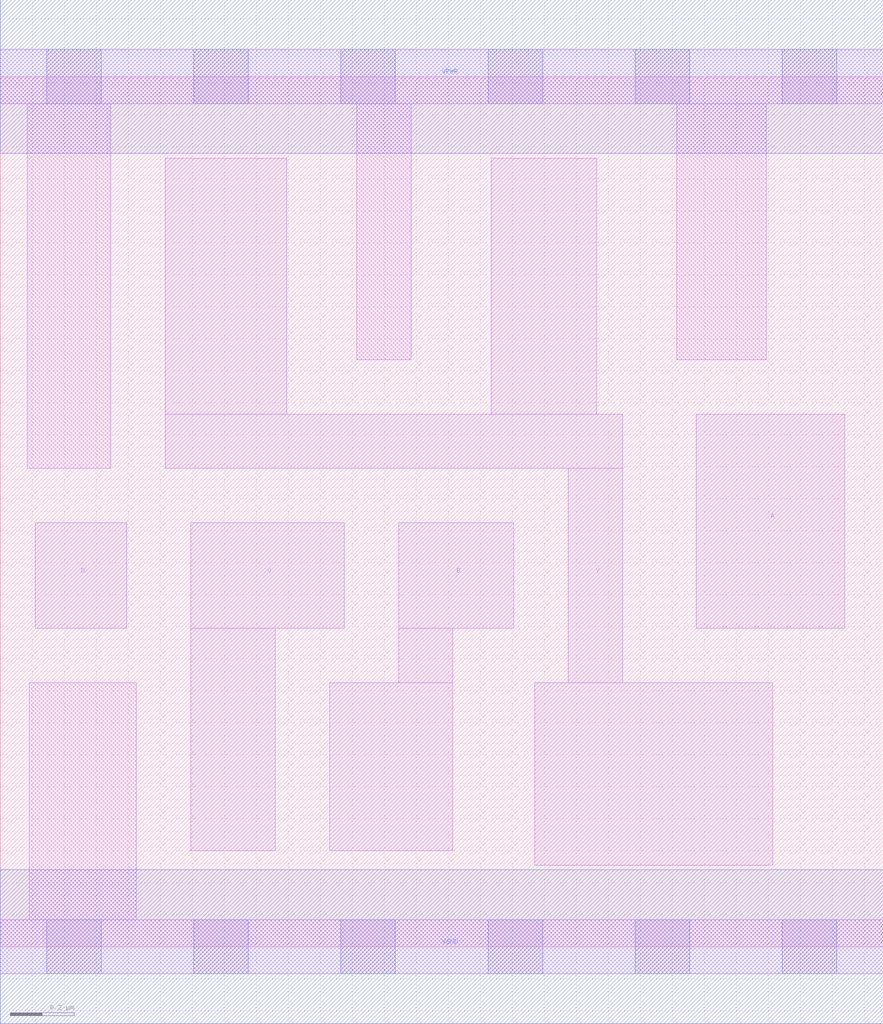
<source format=lef>
# Copyright 2020 The SkyWater PDK Authors
#
# Licensed under the Apache License, Version 2.0 (the "License");
# you may not use this file except in compliance with the License.
# You may obtain a copy of the License at
#
#     https://www.apache.org/licenses/LICENSE-2.0
#
# Unless required by applicable law or agreed to in writing, software
# distributed under the License is distributed on an "AS IS" BASIS,
# WITHOUT WARRANTIES OR CONDITIONS OF ANY KIND, either express or implied.
# See the License for the specific language governing permissions and
# limitations under the License.
#
# SPDX-License-Identifier: Apache-2.0

VERSION 5.7 ;
  NAMESCASESENSITIVE ON ;
  NOWIREEXTENSIONATPIN ON ;
  DIVIDERCHAR "/" ;
  BUSBITCHARS "[]" ;
UNITS
  DATABASE MICRONS 200 ;
END UNITS
PROPERTYDEFINITIONS
  MACRO maskLayoutSubType STRING ;
  MACRO prCellType STRING ;
  MACRO originalViewName STRING ;
END PROPERTYDEFINITIONS
MACRO sky130_fd_sc_hdll__nand4_1
  CLASS CORE ;
  FOREIGN sky130_fd_sc_hdll__nand4_1 ;
  ORIGIN  0.000000  0.000000 ;
  SIZE  2.760000 BY  2.720000 ;
  SYMMETRY X Y R90 ;
  SITE unithd ;
  PIN A
    ANTENNAGATEAREA  0.277500 ;
    DIRECTION INPUT ;
    USE SIGNAL ;
    PORT
      LAYER li1 ;
        RECT 2.175000 0.995000 2.640000 1.665000 ;
    END
  END A
  PIN B
    ANTENNAGATEAREA  0.277500 ;
    DIRECTION INPUT ;
    USE SIGNAL ;
    PORT
      LAYER li1 ;
        RECT 1.030000 0.300000 1.415000 0.825000 ;
        RECT 1.245000 0.825000 1.415000 0.995000 ;
        RECT 1.245000 0.995000 1.605000 1.325000 ;
    END
  END B
  PIN C
    ANTENNAGATEAREA  0.277500 ;
    DIRECTION INPUT ;
    USE SIGNAL ;
    PORT
      LAYER li1 ;
        RECT 0.595000 0.300000 0.860000 0.995000 ;
        RECT 0.595000 0.995000 1.075000 1.325000 ;
    END
  END C
  PIN D
    ANTENNAGATEAREA  0.277500 ;
    DIRECTION INPUT ;
    USE SIGNAL ;
    PORT
      LAYER li1 ;
        RECT 0.110000 0.995000 0.395000 1.325000 ;
    END
  END D
  PIN Y
    ANTENNADIFFAREA  0.867500 ;
    DIRECTION OUTPUT ;
    USE SIGNAL ;
    PORT
      LAYER li1 ;
        RECT 0.515000 1.495000 1.945000 1.665000 ;
        RECT 0.515000 1.665000 0.895000 2.465000 ;
        RECT 1.535000 1.665000 1.865000 2.465000 ;
        RECT 1.670000 0.255000 2.415000 0.825000 ;
        RECT 1.775000 0.825000 1.945000 1.495000 ;
    END
  END Y
  PIN VGND
    DIRECTION INOUT ;
    USE GROUND ;
    PORT
      LAYER met1 ;
        RECT 0.000000 -0.240000 2.760000 0.240000 ;
    END
  END VGND
  PIN VPWR
    DIRECTION INOUT ;
    USE POWER ;
    PORT
      LAYER met1 ;
        RECT 0.000000 2.480000 2.760000 2.960000 ;
    END
  END VPWR
  OBS
    LAYER li1 ;
      RECT 0.000000 -0.085000 2.760000 0.085000 ;
      RECT 0.000000  2.635000 2.760000 2.805000 ;
      RECT 0.085000  1.495000 0.345000 2.635000 ;
      RECT 0.090000  0.085000 0.425000 0.825000 ;
      RECT 1.115000  1.835000 1.285000 2.635000 ;
      RECT 2.115000  1.835000 2.395000 2.635000 ;
    LAYER mcon ;
      RECT 0.145000 -0.085000 0.315000 0.085000 ;
      RECT 0.145000  2.635000 0.315000 2.805000 ;
      RECT 0.605000 -0.085000 0.775000 0.085000 ;
      RECT 0.605000  2.635000 0.775000 2.805000 ;
      RECT 1.065000 -0.085000 1.235000 0.085000 ;
      RECT 1.065000  2.635000 1.235000 2.805000 ;
      RECT 1.525000 -0.085000 1.695000 0.085000 ;
      RECT 1.525000  2.635000 1.695000 2.805000 ;
      RECT 1.985000 -0.085000 2.155000 0.085000 ;
      RECT 1.985000  2.635000 2.155000 2.805000 ;
      RECT 2.445000 -0.085000 2.615000 0.085000 ;
      RECT 2.445000  2.635000 2.615000 2.805000 ;
  END
  PROPERTY maskLayoutSubType "abstract" ;
  PROPERTY prCellType "standard" ;
  PROPERTY originalViewName "layout" ;
END sky130_fd_sc_hdll__nand4_1
END LIBRARY

</source>
